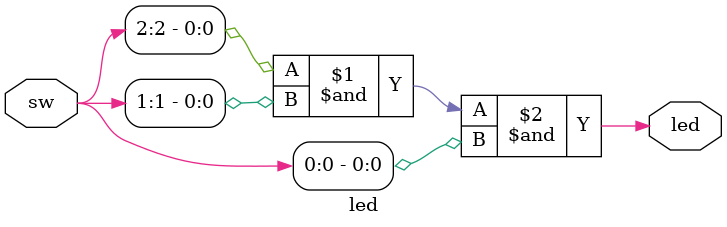
<source format=v>
`timescale 1ns / 1ps

module led( 
    input [2:0] sw, 
    output led 
    ); 
    assign led = sw[2] & sw[1] & sw[0]; 
endmodule

</source>
